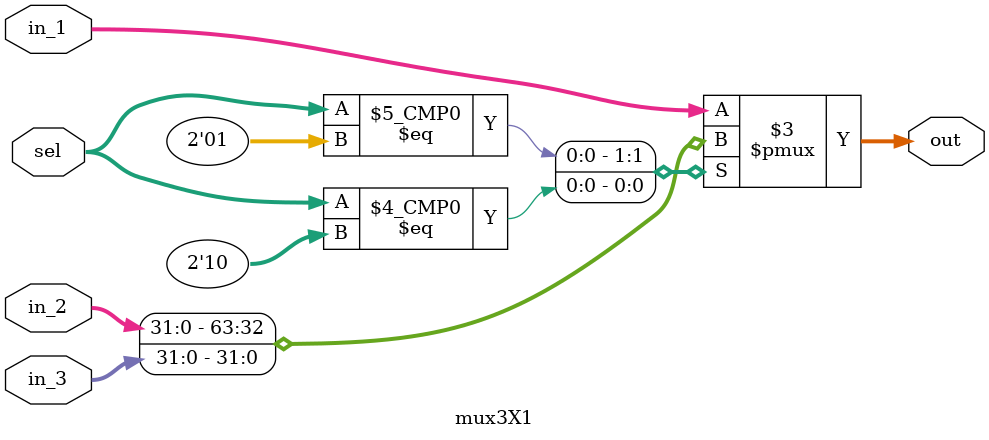
<source format=v>
module mux3X1 #(parameter WIDTH = 32)
(
    input  wire   [WIDTH-1:0]    in_1  ,
    input  wire   [WIDTH-1:0]    in_2  ,
    input  wire   [WIDTH-1:0]    in_3  ,
    input  wire   [1      :0]    sel   ,

    output reg    [WIDTH-1:0]    out  
);
    
always @(*) 
begin
    case(sel)
    2'b00   : out = in_1 ;
    2'b01   : out = in_2 ;
    2'b10   : out = in_3 ;
    default : out = in_1 ;
    endcase
end

endmodule
</source>
